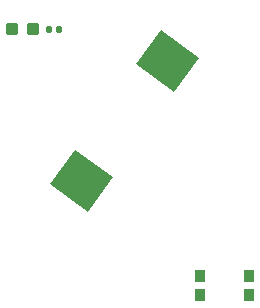
<source format=gbr>
G04 EAGLE Gerber RS-274X export*
G75*
%MOMM*%
%FSLAX34Y34*%
%LPD*%
%INSolderpaste Bottom*%
%IPPOS*%
%AMOC8*
5,1,8,0,0,1.08239X$1,22.5*%
G01*
%ADD10C,0.270000*%
%ADD11C,0.300000*%
%ADD12R,0.900000X1.000000*%
%ADD13R,3.560000X3.960000*%


D10*
X87908Y271336D02*
X85208Y271336D01*
X85208Y274636D01*
X87908Y274636D01*
X87908Y271336D01*
X87908Y273901D02*
X85208Y273901D01*
X93848Y271336D02*
X96548Y271336D01*
X93848Y271336D02*
X93848Y274636D01*
X96548Y274636D01*
X96548Y271336D01*
X96548Y273901D02*
X93848Y273901D01*
D11*
X52098Y276409D02*
X52098Y269409D01*
X52098Y276409D02*
X59098Y276409D01*
X59098Y269409D01*
X52098Y269409D01*
X52098Y272259D02*
X59098Y272259D01*
X59098Y275109D02*
X52098Y275109D01*
X69638Y276409D02*
X69638Y269409D01*
X69638Y276409D02*
X76638Y276409D01*
X76638Y269409D01*
X69638Y269409D01*
X69638Y272259D02*
X76638Y272259D01*
X76638Y275109D02*
X69638Y275109D01*
D12*
X255857Y47631D03*
X255857Y63631D03*
X214857Y63631D03*
X214857Y47631D03*
D13*
G36*
X87776Y141237D02*
X108601Y170110D01*
X140718Y146945D01*
X119893Y118072D01*
X87776Y141237D01*
G37*
G36*
X160896Y242620D02*
X181721Y271493D01*
X213838Y248328D01*
X193013Y219455D01*
X160896Y242620D01*
G37*
M02*

</source>
